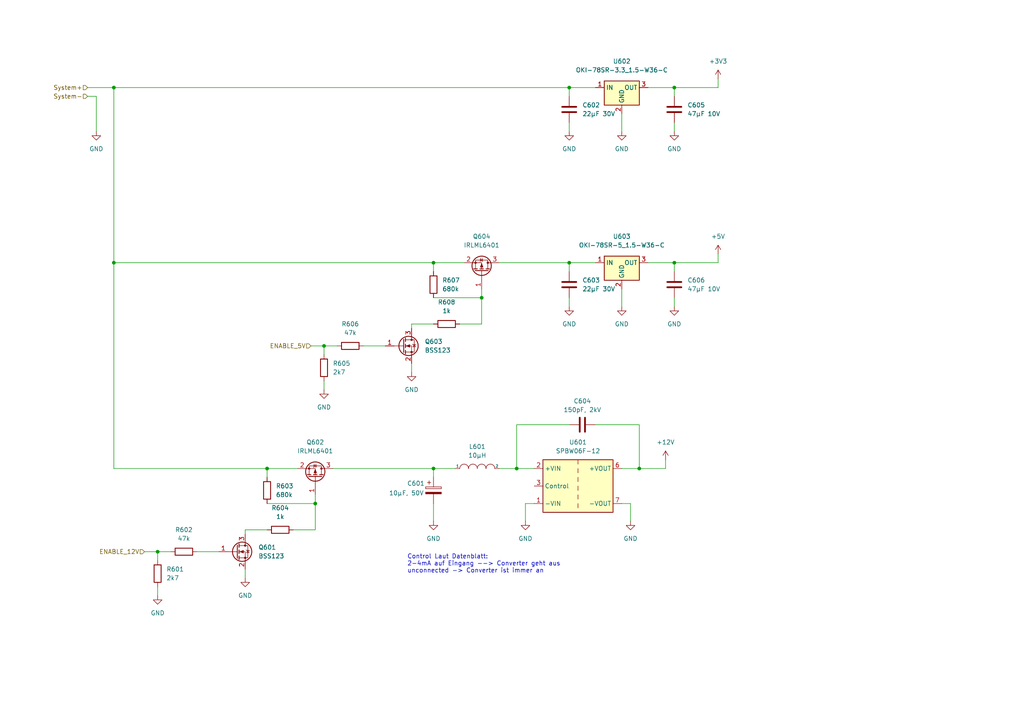
<source format=kicad_sch>
(kicad_sch (version 20211123) (generator eeschema)
  (paper "A4")
  (title_block (date "2022-01-24"))
  (lib_symbols
    (symbol "Converter_DCDC:NCS1S1203SC"
      (property "Reference" "U" (at -8.89 8.89 0))
      (property "Value" "NCS1S1203SC" (at 8.89 8.89 0))
      (symbol "NCS1S1203SC_0_1"
        (rectangle (start -10.16 7.62) (end 10.16 -7.62) (stroke (width 0.254)) (fill (type background)))
        (polyline (pts (xy 0 -5.08) (xy 0 -6.35)))
        (polyline (pts (xy 0 -2.54) (xy 0 -3.81)))
        (polyline (pts (xy 0 0) (xy 0 -1.27)))
        (polyline (pts (xy 0 2.54) (xy 0 1.27)))
        (polyline (pts (xy 0 5.08) (xy 0 3.81)))
        (polyline (pts (xy 0 7.62) (xy 0 6.35)))
      )
      (symbol "NCS1S1203SC_1_1"
        (pin power_in line (at -12.7 -5.08 0) (length 2.54) (name "-VIN") (number "1"))
        (pin power_in line (at -12.7 5.08 0) (length 2.54) (name "+VIN") (number "2"))
        (pin input line (at -12.7 0 0) (length 2.54) (name "Control") (number "3"))
        (pin power_out line (at 12.7 5.08 180) (length 2.54) (name "+VOUT") (number "6"))
        (pin power_out line (at 12.7 -5.08 180) (length 2.54) (name "-VOUT") (number "7"))
      )
    )
    (symbol "Converter_DCDC:OKI-78SR-3.3_1.5-W36-C"
      (property "Reference" "U" (at -3.81 3.175 0))
      (property "Value" "OKI-78SR-3.3_1.5-W36-C" (at 0 3.175 0))
      (symbol "OKI-78SR-3.3_1.5-W36-C_0_1"
        (rectangle (start -5.08 1.905) (end 5.08 -5.08) (stroke (width 0.254)) (fill (type background)))
      )
      (symbol "OKI-78SR-3.3_1.5-W36-C_1_1"
        (pin power_in line (at -7.62 0 0) (length 2.54) (name "IN") (number "1"))
        (pin power_in line (at 0 -7.62 90) (length 2.54) (name "GND") (number "2"))
        (pin power_out line (at 7.62 0 180) (length 2.54) (name "OUT") (number "3"))
      )
    )
    (symbol "Device:C" (pin_numbers hide) (pin_names (offset 0.254))
      (property "Reference" "C" (at 0.635 2.54 0))
      (property "Value" "C" (at 0.635 -2.54 0))
      (symbol "C_0_1"
        (polyline (pts (xy -2.032 -0.762) (xy 2.032 -0.762)) (stroke (width 0.508)))
        (polyline (pts (xy -2.032 0.762) (xy 2.032 0.762)) (stroke (width 0.508)))
      )
      (symbol "C_1_1"
        (pin passive line (at 0 3.81 270) (length 2.794) (name "~") (number "1"))
        (pin passive line (at 0 -3.81 90) (length 2.794) (name "~") (number "2"))
      )
    )
    (symbol "Device:C_Polarized" (pin_numbers hide) (pin_names (offset 0.254))
      (property "Reference" "C" (at 0.635 2.54 0))
      (property "Value" "C_Polarized" (at 0.635 -2.54 0))
      (symbol "C_Polarized_0_1"
        (rectangle (start -2.286 0.508) (end 2.286 1.016))
        (polyline (pts (xy -1.778 2.286) (xy -0.762 2.286)))
        (polyline (pts (xy -1.27 2.794) (xy -1.27 1.778)))
        (rectangle (start 2.286 -0.508) (end -2.286 -1.016) (fill (type outline)))
      )
      (symbol "C_Polarized_1_1"
        (pin passive line (at 0 3.81 270) (length 2.794) (name "~") (number "1"))
        (pin passive line (at 0 -3.81 90) (length 2.794) (name "~") (number "2"))
      )
    )
    (symbol "Device:R" (pin_numbers hide) (pin_names (offset 0))
      (property "Reference" "R" (at 2.032 0 90))
      (property "Value" "R" (at 0 0 90))
      (symbol "R_0_1"
        (rectangle (start -1.016 -2.54) (end 1.016 2.54) (stroke (width 0.254)))
      )
      (symbol "R_1_1"
        (pin passive line (at 0 3.81 270) (length 1.27) (name "~") (number "1"))
        (pin passive line (at 0 -3.81 90) (length 1.27) (name "~") (number "2"))
      )
    )
    (symbol "Transistor_FET:BSS123" (pin_names hide)
      (property "Reference" "Q" (at 5.08 1.905 0))
      (property "Value" "BSS123" (at 5.08 0 0))
      (symbol "BSS123_0_1"
        (polyline (pts (xy 0.254 0) (xy -2.54 0)))
        (polyline (pts (xy 0.254 1.905) (xy 0.254 -1.905)) (stroke (width 0.254)))
        (polyline (pts (xy 0.762 -1.27) (xy 0.762 -2.286)) (stroke (width 0.254)))
        (polyline (pts (xy 0.762 0.508) (xy 0.762 -0.508)) (stroke (width 0.254)))
        (polyline (pts (xy 0.762 2.286) (xy 0.762 1.27)) (stroke (width 0.254)))
        (polyline (pts (xy 2.54 2.54) (xy 2.54 1.778)))
        (polyline (pts (xy 2.54 -2.54) (xy 2.54 0) (xy 0.762 0)))
        (polyline (pts (xy 0.762 -1.778) (xy 3.302 -1.778) (xy 3.302 1.778) (xy 0.762 1.778)))
        (polyline (pts (xy 1.016 0) (xy 2.032 0.381) (xy 2.032 -0.381) (xy 1.016 0)) (fill (type outline)))
        (polyline (pts (xy 2.794 0.508) (xy 2.921 0.381) (xy 3.683 0.381) (xy 3.81 0.254)))
        (polyline (pts (xy 3.302 0.381) (xy 2.921 -0.254) (xy 3.683 -0.254) (xy 3.302 0.381)))
        (circle (center 1.651 0) (radius 2.794) (stroke (width 0.254)))
        (circle (center 2.54 -1.778) (radius 0.254) (fill (type outline)))
        (circle (center 2.54 1.778) (radius 0.254) (fill (type outline)))
      )
      (symbol "BSS123_1_1"
        (pin input line (at -5.08 0 0) (length 2.54) (name "G") (number "1"))
        (pin passive line (at 2.54 -5.08 90) (length 2.54) (name "S") (number "2"))
        (pin passive line (at 2.54 5.08 270) (length 2.54) (name "D") (number "3"))
      )
    )
    (symbol "Transistor_FET:IRLML6401" (pin_names hide)
      (property "Reference" "Q" (at 5.08 1.905 0))
      (property "Value" "IRLML6401" (at 5.08 0 0))
      (symbol "IRLML6401_0_1"
        (polyline (pts (xy 0.254 0) (xy -2.54 0)))
        (polyline (pts (xy 0.254 1.905) (xy 0.254 -1.905)) (stroke (width 0.254)))
        (polyline (pts (xy 0.762 -1.27) (xy 0.762 -2.286)) (stroke (width 0.254)))
        (polyline (pts (xy 0.762 0.508) (xy 0.762 -0.508)) (stroke (width 0.254)))
        (polyline (pts (xy 0.762 2.286) (xy 0.762 1.27)) (stroke (width 0.254)))
        (polyline (pts (xy 2.54 2.54) (xy 2.54 1.778)))
        (polyline (pts (xy 2.54 -2.54) (xy 2.54 0) (xy 0.762 0)))
        (polyline (pts (xy 0.762 1.778) (xy 3.302 1.778) (xy 3.302 -1.778) (xy 0.762 -1.778)))
        (polyline (pts (xy 2.286 0) (xy 1.27 0.381) (xy 1.27 -0.381) (xy 2.286 0)) (fill (type outline)))
        (polyline (pts (xy 2.794 -0.508) (xy 2.921 -0.381) (xy 3.683 -0.381) (xy 3.81 -0.254)))
        (polyline (pts (xy 3.302 -0.381) (xy 2.921 0.254) (xy 3.683 0.254) (xy 3.302 -0.381)))
        (circle (center 1.651 0) (radius 2.794) (stroke (width 0.254)))
        (circle (center 2.54 -1.778) (radius 0.254) (fill (type outline)))
        (circle (center 2.54 1.778) (radius 0.254) (fill (type outline)))
      )
      (symbol "IRLML6401_1_1"
        (pin input line (at -5.08 0 0) (length 2.54) (name "G") (number "1"))
        (pin passive line (at 2.54 -5.08 90) (length 2.54) (name "S") (number "2"))
        (pin passive line (at 2.54 5.08 270) (length 2.54) (name "D") (number "3"))
      )
    )
    (symbol "power:+12V" (power) (pin_names (offset 0))
      (property "Value" "+12V" (at 0 3.556 0))
      (symbol "+12V_0_1"
        (polyline (pts (xy -0.762 1.27) (xy 0 2.54)))
        (polyline (pts (xy 0 0) (xy 0 2.54)))
        (polyline (pts (xy 0 2.54) (xy 0.762 1.27)))
      )
      (symbol "+12V_1_1"
        (pin power_in line (at 0 0 90) (length 0) hide (name "+12V") (number "1"))
      )
    )
    (symbol "power:+3V3" (power) (pin_names (offset 0))
      (property "Value" "+3V3" (at 0 3.556 0))
      (symbol "+3V3_0_1"
        (polyline (pts (xy -0.762 1.27) (xy 0 2.54)))
        (polyline (pts (xy 0 0) (xy 0 2.54)))
        (polyline (pts (xy 0 2.54) (xy 0.762 1.27)))
      )
      (symbol "+3V3_1_1"
        (pin power_in line (at 0 0 90) (length 0) hide (name "+3V3") (number "1"))
      )
    )
    (symbol "power:+5V" (power) (pin_names (offset 0))
      (property "Value" "+5V" (at 0 3.556 0))
      (symbol "+5V_0_1"
        (polyline (pts (xy -0.762 1.27) (xy 0 2.54)))
        (polyline (pts (xy 0 0) (xy 0 2.54)))
        (polyline (pts (xy 0 2.54) (xy 0.762 1.27)))
      )
      (symbol "+5V_1_1"
        (pin power_in line (at 0 0 90) (length 0) hide (name "+5V") (number "1"))
      )
    )
    (symbol "power:GND" (power) (pin_names (offset 0))
      (property "Value" "GND" (at 0 -3.81 0))
      (symbol "GND_0_1"
        (polyline (pts (xy 0 0) (xy 0 -1.27) (xy 1.27 -1.27) (xy 0 -2.54) (xy -1.27 -1.27) (xy 0 -1.27)))
      )
      (symbol "GND_1_1"
        (pin power_in line (at 0 0 270) (length 0) hide (name "GND") (number "1"))
      )
    )
    (symbol "pspice:INDUCTOR" (pin_numbers hide) (pin_names (offset 0))
      (property "Reference" "L" (at 0 2.54 0))
      (property "Value" "INDUCTOR" (at 0 -1.27 0))
      (symbol "INDUCTOR_0_1"
        (arc (start -2.54 0) (mid -3.81 1.27) (end -5.08 0))
        (arc (start 0 0) (mid -1.27 1.27) (end -2.54 0))
        (arc (start 2.54 0) (mid 1.27 1.27) (end 0 0))
        (arc (start 5.08 0) (mid 3.81 1.27) (end 2.54 0))
      )
      (symbol "INDUCTOR_1_1"
        (pin input line (at -6.35 0 0) (length 1.27) (name "1") (number "1"))
        (pin input line (at 6.35 0 180) (length 1.27) (name "2") (number "2"))
      )
    )
  )
  (junction (at 91.44 146.05))
  (junction (at 195.58 25.4))
  (junction (at 33.02 76.2))
  (junction (at 185.42 135.89))
  (junction (at 77.47 135.89))
  (junction (at 93.98 100.33))
  (junction (at 125.73 135.89))
  (junction (at 195.58 76.2))
  (junction (at 165.1 25.4))
  (junction (at 139.7 86.36))
  (junction (at 45.72 160.02))
  (junction (at 125.73 76.2))
  (junction (at 33.02 25.4))
  (junction (at 149.86 135.89))
  (junction (at 165.1 76.2))
  (wire (pts (xy 125.73 76.2) (xy 125.73 78.74)))
  (wire (pts (xy 71.12 165.1) (xy 71.12 167.64)))
  (wire (pts (xy 144.78 135.89) (xy 149.86 135.89)))
  (wire (pts (xy 91.44 143.51) (xy 91.44 146.05)))
  (wire (pts (xy 33.02 76.2) (xy 33.02 135.89)))
  (wire (pts (xy 77.47 135.89) (xy 86.36 135.89)))
  (wire (pts (xy 165.1 123.19) (xy 149.86 123.19)))
  (wire (pts (xy 195.58 35.56) (xy 195.58 38.1)))
  (wire (pts (xy 165.1 86.36) (xy 165.1 88.9)))
  (wire (pts (xy 105.41 100.33) (xy 111.76 100.33)))
  (wire (pts (xy 33.02 25.4) (xy 25.4 25.4)))
  (wire (pts (xy 91.44 146.05) (xy 91.44 153.67)))
  (wire (pts (xy 180.34 33.02) (xy 180.34 38.1)))
  (wire (pts (xy 119.38 93.98) (xy 119.38 95.25)))
  (wire (pts (xy 125.73 146.05) (xy 125.73 151.13)))
  (wire (pts (xy 77.47 135.89) (xy 77.47 138.43)))
  (wire (pts (xy 193.04 133.35) (xy 193.04 135.89)))
  (wire (pts (xy 165.1 35.56) (xy 165.1 38.1)))
  (wire (pts (xy 125.73 93.98) (xy 119.38 93.98)))
  (wire (pts (xy 195.58 86.36) (xy 195.58 88.9)))
  (wire (pts (xy 139.7 93.98) (xy 133.35 93.98)))
  (wire (pts (xy 165.1 25.4) (xy 165.1 27.94)))
  (wire (pts (xy 45.72 160.02) (xy 41.91 160.02)))
  (wire (pts (xy 125.73 76.2) (xy 134.62 76.2)))
  (wire (pts (xy 71.12 153.67) (xy 71.12 154.94)))
  (wire (pts (xy 144.78 76.2) (xy 165.1 76.2)))
  (wire (pts (xy 96.52 135.89) (xy 125.73 135.89)))
  (wire (pts (xy 187.96 76.2) (xy 195.58 76.2)))
  (wire (pts (xy 93.98 110.49) (xy 93.98 113.03)))
  (wire (pts (xy 45.72 160.02) (xy 45.72 162.56)))
  (wire (pts (xy 139.7 86.36) (xy 139.7 93.98)))
  (wire (pts (xy 77.47 153.67) (xy 71.12 153.67)))
  (wire (pts (xy 93.98 100.33) (xy 90.17 100.33)))
  (wire (pts (xy 195.58 25.4) (xy 208.28 25.4)))
  (wire (pts (xy 182.88 151.13) (xy 182.88 146.05)))
  (wire (pts (xy 172.72 123.19) (xy 185.42 123.19)))
  (wire (pts (xy 139.7 83.82) (xy 139.7 86.36)))
  (wire (pts (xy 208.28 73.66) (xy 208.28 76.2)))
  (wire (pts (xy 187.96 25.4) (xy 195.58 25.4)))
  (wire (pts (xy 165.1 76.2) (xy 165.1 78.74)))
  (wire (pts (xy 182.88 146.05) (xy 180.34 146.05)))
  (wire (pts (xy 93.98 100.33) (xy 93.98 102.87)))
  (wire (pts (xy 154.94 146.05) (xy 152.4 146.05)))
  (wire (pts (xy 149.86 123.19) (xy 149.86 135.89)))
  (wire (pts (xy 125.73 86.36) (xy 139.7 86.36)))
  (wire (pts (xy 172.72 76.2) (xy 165.1 76.2)))
  (wire (pts (xy 195.58 76.2) (xy 208.28 76.2)))
  (wire (pts (xy 119.38 105.41) (xy 119.38 107.95)))
  (wire (pts (xy 49.53 160.02) (xy 45.72 160.02)))
  (wire (pts (xy 33.02 76.2) (xy 125.73 76.2)))
  (wire (pts (xy 185.42 123.19) (xy 185.42 135.89)))
  (wire (pts (xy 33.02 135.89) (xy 77.47 135.89)))
  (wire (pts (xy 180.34 135.89) (xy 185.42 135.89)))
  (wire (pts (xy 125.73 135.89) (xy 132.08 135.89)))
  (wire (pts (xy 208.28 22.86) (xy 208.28 25.4)))
  (wire (pts (xy 33.02 25.4) (xy 33.02 76.2)))
  (wire (pts (xy 195.58 25.4) (xy 195.58 27.94)))
  (wire (pts (xy 77.47 146.05) (xy 91.44 146.05)))
  (wire (pts (xy 27.94 27.94) (xy 27.94 38.1)))
  (wire (pts (xy 45.72 170.18) (xy 45.72 172.72)))
  (wire (pts (xy 33.02 25.4) (xy 165.1 25.4)))
  (wire (pts (xy 149.86 135.89) (xy 154.94 135.89)))
  (wire (pts (xy 185.42 135.89) (xy 193.04 135.89)))
  (wire (pts (xy 91.44 153.67) (xy 85.09 153.67)))
  (wire (pts (xy 180.34 83.82) (xy 180.34 88.9)))
  (wire (pts (xy 125.73 135.89) (xy 125.73 138.43)))
  (wire (pts (xy 97.79 100.33) (xy 93.98 100.33)))
  (wire (pts (xy 25.4 27.94) (xy 27.94 27.94)))
  (wire (pts (xy 195.58 76.2) (xy 195.58 78.74)))
  (wire (pts (xy 57.15 160.02) (xy 63.5 160.02)))
  (wire (pts (xy 152.4 146.05) (xy 152.4 151.13)))
  (wire (pts (xy 172.72 25.4) (xy 165.1 25.4)))
  (text "Control Laut Datenblatt:\n2-4mA auf Eingang --> Converter geht aus\nunconnected -> Converter ist immer an\n" (at 118.11 166.37 0) (effects (font (size 1.27 1.27)) (justify left bottom)))
  (hierarchical_label "ENABLE_12V" (shape input) (at 41.91 160.02 180))
  (hierarchical_label "System+" (shape input) (at 25.4 25.4 180))
  (hierarchical_label "ENABLE_5V" (shape input) (at 90.17 100.33 180))
  (hierarchical_label "System-" (shape input) (at 25.4 27.94 180))
  (symbol (lib_id "Transistor_FET:IRLML6401") (at 139.7 78.74 270) (mirror x) (unit 1)
    (property "Reference" "Q604" (at 139.7 68.58 90))
    (property "Value" "IRLML6401" (at 139.7 71.12 90))
    (property "Footprint" "Package_TO_SOT_SMD:SOT-23" (effects hide))
    (property "Datasheet" "https://www.infineon.com/dgdl/irlml6401pbf.pdf?fileId=5546d462533600a401535668b96d2634" (effects hide))
  )
  (symbol (lib_id "Device:R") (at 93.98 106.68 180) (unit 1)
    (property "Reference" "R605" (at 96.52 105.4099 0) (effects (justify right)))
    (property "Value" "2k7" (at 96.52 107.9499 0) (effects (justify right)))
    (property "Footprint" "Resistor_SMD:R_0603_1608Metric" (effects hide))
  )
  (symbol (lib_id "Device:C_Polarized") (at 125.73 142.24 0) (unit 1)
    (property "Reference" "C601" (at 123.19 140.208 0) (effects (justify right)))
    (property "Value" "10µF, 50V" (at 122.936 143.002 0) (effects (justify right)))
    (property "Footprint" "Capacitor_THT:CP_Radial_D5.0mm_P2.00mm" (effects hide))
    (property "Datasheet" "https://www.mouser.de/datasheet/2/445/860020672010-1725615.pdf" (effects hide))
    (property "Bauteilname" "860020672010" (effects hide))
  )
  (symbol (lib_id "Device:R") (at 81.28 153.67 90) (unit 1)
    (property "Reference" "R604" (at 81.28 147.32 90))
    (property "Value" "1k" (at 81.28 149.86 90))
    (property "Footprint" "Resistor_SMD:R_0603_1608Metric" (effects hide))
  )
  (symbol (lib_id "power:GND") (at 182.88 151.13 0) (unit 1)
    (property "Reference" "#PWR0612" (effects hide))
    (property "Value" "GND" (at 182.88 156.21 0))
  )
  (symbol (lib_id "power:GND") (at 195.58 88.9 0) (unit 1)
    (property "Reference" "#PWR0615" (effects hide))
    (property "Value" "GND" (at 195.58 93.98 0))
  )
  (symbol (lib_id "power:GND") (at 195.58 38.1 0) (unit 1)
    (property "Reference" "#PWR0614" (effects hide))
    (property "Value" "GND" (at 195.58 43.18 0))
  )
  (symbol (lib_id "power:GND") (at 165.1 38.1 0) (unit 1)
    (property "Reference" "#PWR0608" (effects hide))
    (property "Value" "GND" (at 165.1 43.18 0))
  )
  (symbol (lib_id "power:GND") (at 27.94 38.1 0) (unit 1)
    (property "Reference" "#PWR0601" (effects hide))
    (property "Value" "GND" (at 27.94 43.18 0))
  )
  (symbol (lib_id "Device:R") (at 129.54 93.98 90) (unit 1)
    (property "Reference" "R608" (at 129.54 87.63 90))
    (property "Value" "1k" (at 129.54 90.17 90))
    (property "Footprint" "Resistor_SMD:R_0603_1608Metric" (effects hide))
  )
  (symbol (lib_id "power:GND") (at 165.1 88.9 0) (unit 1)
    (property "Reference" "#PWR0609" (effects hide))
    (property "Value" "GND" (at 165.1 93.98 0))
  )
  (symbol (lib_id "Transistor_FET:BSS123") (at 68.58 160.02 0) (unit 1)
    (property "Reference" "Q601" (at 74.93 158.7499 0) (effects (justify left)))
    (property "Value" "BSS123" (at 74.93 161.2899 0) (effects (justify left)))
    (property "Footprint" "Package_TO_SOT_SMD:SOT-23" (effects hide))
    (property "Datasheet" "http://www.diodes.com/assets/Datasheets/ds30366.pdf" (effects hide))
  )
  (symbol (lib_id "Transistor_FET:BSS123") (at 116.84 100.33 0) (unit 1)
    (property "Reference" "Q603" (at 123.19 99.0599 0) (effects (justify left)))
    (property "Value" "BSS123" (at 123.19 101.5999 0) (effects (justify left)))
    (property "Footprint" "Package_TO_SOT_SMD:SOT-23" (effects hide))
    (property "Datasheet" "http://www.diodes.com/assets/Datasheets/ds30366.pdf" (effects hide))
  )
  (symbol (lib_id "Device:C") (at 195.58 31.75 0) (unit 1)
    (property "Reference" "C605" (at 199.39 30.4799 0) (effects (justify left)))
    (property "Value" "47µF 10V" (at 199.39 33.0199 0) (effects (justify left)))
    (property "Footprint" "Capacitor_SMD:C_0805_2012Metric" (effects hide))
  )
  (symbol (lib_id "Device:R") (at 53.34 160.02 90) (unit 1)
    (property "Reference" "R602" (at 53.34 153.67 90))
    (property "Value" "47k" (at 53.34 156.21 90))
    (property "Footprint" "Resistor_SMD:R_0603_1608Metric" (effects hide))
  )
  (symbol (lib_id "power:GND") (at 119.38 107.95 0) (unit 1)
    (property "Reference" "#PWR0605" (effects hide))
    (property "Value" "GND" (at 119.38 113.03 0))
  )
  (symbol (lib_id "Converter_DCDC:NCS1S1203SC") (at 167.64 140.97 0) (unit 1)
    (property "Reference" "U601" (at 167.64 128.27 0))
    (property "Value" "SPBW06F-12" (at 167.64 130.81 0))
    (property "Footprint" "Converter_DCDC:Converter_DCDC_XP_POWER-ITxxxxxS_THT" (effects hide))
    (property "Datasheet" "https://power.murata.com/data/power/ncl/kdc_ncs1.pdf" (effects hide))
  )
  (symbol (lib_id "power:GND") (at 180.34 38.1 0) (unit 1)
    (property "Reference" "#PWR0610" (effects hide))
    (property "Value" "GND" (at 180.34 43.18 0))
  )
  (symbol (lib_id "Device:R") (at 45.72 166.37 180) (unit 1)
    (property "Reference" "R601" (at 48.26 165.0999 0) (effects (justify right)))
    (property "Value" "2k7" (at 48.26 167.6399 0) (effects (justify right)))
    (property "Footprint" "Resistor_SMD:R_0603_1608Metric" (effects hide))
  )
  (symbol (lib_id "power:GND") (at 45.72 172.72 0) (unit 1)
    (property "Reference" "#PWR0602" (effects hide))
    (property "Value" "GND" (at 45.72 177.8 0))
  )
  (symbol (lib_id "power:GND") (at 152.4 151.13 0) (unit 1)
    (property "Reference" "#PWR0607" (effects hide))
    (property "Value" "GND" (at 152.4 156.21 0))
  )
  (symbol (lib_id "power:GND") (at 71.12 167.64 0) (unit 1)
    (property "Reference" "#PWR0603" (effects hide))
    (property "Value" "GND" (at 71.12 172.72 0))
  )
  (symbol (lib_id "Device:R") (at 101.6 100.33 90) (unit 1)
    (property "Reference" "R606" (at 101.6 93.98 90))
    (property "Value" "47k" (at 101.6 96.52 90))
    (property "Footprint" "Resistor_SMD:R_0603_1608Metric" (effects hide))
  )
  (symbol (lib_id "power:GND") (at 93.98 113.03 0) (unit 1)
    (property "Reference" "#PWR0604" (effects hide))
    (property "Value" "GND" (at 93.98 118.11 0))
  )
  (symbol (lib_id "Device:R") (at 125.73 82.55 180) (unit 1)
    (property "Reference" "R607" (at 128.27 81.2799 0) (effects (justify right)))
    (property "Value" "680k" (at 128.27 83.8199 0) (effects (justify right)))
    (property "Footprint" "Resistor_SMD:R_0603_1608Metric" (effects hide))
  )
  (symbol (lib_id "power:GND") (at 180.34 88.9 0) (unit 1)
    (property "Reference" "#PWR0611" (effects hide))
    (property "Value" "GND" (at 180.34 93.98 0))
  )
  (symbol (lib_id "Converter_DCDC:OKI-78SR-3.3_1.5-W36-C") (at 180.34 76.2 0) (unit 1)
    (property "Reference" "U603" (at 180.34 68.58 0))
    (property "Value" "OKI-78SR-5_1.5-W36-C" (at 180.34 71.12 0))
    (property "Footprint" "HER_Footprints:DC_DC_Converter" (effects hide))
    (property "Datasheet" "https://power.murata.com/data/power/oki-78sr.pdf" (effects hide))
  )
  (symbol (lib_id "Converter_DCDC:OKI-78SR-3.3_1.5-W36-C") (at 180.34 25.4 0) (unit 1)
    (property "Reference" "U602" (at 180.34 17.78 0))
    (property "Value" "OKI-78SR-3.3_1.5-W36-C" (at 180.34 20.32 0))
    (property "Footprint" "HER_Footprints:DC_DC_Converter" (effects hide))
    (property "Datasheet" "https://power.murata.com/data/power/oki-78sr.pdf" (effects hide))
  )
  (symbol (lib_id "Device:C") (at 195.58 82.55 0) (unit 1)
    (property "Reference" "C606" (at 199.39 81.2799 0) (effects (justify left)))
    (property "Value" "47µF 10V" (at 199.39 83.8199 0) (effects (justify left)))
    (property "Footprint" "Capacitor_SMD:C_0805_2012Metric" (effects hide))
  )
  (symbol (lib_id "Device:C") (at 165.1 82.55 0) (unit 1)
    (property "Reference" "C603" (at 168.91 81.2799 0) (effects (justify left)))
    (property "Value" "22µF 30V" (at 168.91 83.8199 0) (effects (justify left)))
    (property "Footprint" "Capacitor_SMD:C_0805_2012Metric" (effects hide))
  )
  (symbol (lib_id "Device:R") (at 77.47 142.24 180) (unit 1)
    (property "Reference" "R603" (at 80.01 140.9699 0) (effects (justify right)))
    (property "Value" "680k" (at 80.01 143.5099 0) (effects (justify right)))
    (property "Footprint" "Resistor_SMD:R_0603_1608Metric" (effects hide))
  )
  (symbol (lib_id "power:+5V") (at 208.28 73.66 0) (unit 1)
    (property "Reference" "#PWR0617" (effects hide))
    (property "Value" "+5V" (at 208.28 68.58 0))
  )
  (symbol (lib_id "Device:C") (at 165.1 31.75 0) (unit 1)
    (property "Reference" "C602" (at 168.91 30.4799 0) (effects (justify left)))
    (property "Value" "22µF 30V" (at 168.91 33.0199 0) (effects (justify left)))
    (property "Footprint" "Capacitor_SMD:C_0805_2012Metric" (effects hide))
  )
  (symbol (lib_id "Transistor_FET:IRLML6401") (at 91.44 138.43 270) (mirror x) (unit 1)
    (property "Reference" "Q602" (at 91.44 128.27 90))
    (property "Value" "IRLML6401" (at 91.44 130.81 90))
    (property "Footprint" "Package_TO_SOT_SMD:SOT-23" (effects hide))
    (property "Datasheet" "https://www.infineon.com/dgdl/irlml6401pbf.pdf?fileId=5546d462533600a401535668b96d2634" (effects hide))
  )
  (symbol (lib_id "Device:C") (at 168.91 123.19 90) (unit 1)
    (property "Reference" "C604" (at 168.91 116.332 90))
    (property "Value" "150pF, 2kV" (at 168.91 118.872 90))
    (property "Footprint" "Capacitor_SMD:C_1206_3216Metric" (effects hide))
    (property "Datasheet" "https://www.mouser.de/datasheet/2/447/UPY_NP0X5R_01005_4V_to_25V_V10-3003057.pdf" (effects hide))
    (property "Bauteilname" "CC1206JKNPODBN151" (effects hide))
  )
  (symbol (lib_id "pspice:INDUCTOR") (at 138.43 135.89 0) (unit 1)
    (property "Reference" "L601" (at 138.43 129.54 0))
    (property "Value" "10µH" (at 138.43 132.08 0))
    (property "Footprint" "HER_Footprints:CC453232A" (effects hide))
    (property "Datasheet" "https://www.mouser.de/datasheet/2/54/cc453232a-1890513.pdf" (effects hide))
    (property "Bauteilname" "CC453232A-100KL" (effects hide))
  )
  (symbol (lib_id "power:+12V") (at 193.04 133.35 0) (unit 1)
    (property "Reference" "#PWR0613" (effects hide))
    (property "Value" "+12V" (at 193.04 128.27 0))
  )
  (symbol (lib_id "power:+3V3") (at 208.28 22.86 0) (unit 1)
    (property "Reference" "#PWR0616" (effects hide))
    (property "Value" "+3V3" (at 208.28 17.78 0))
  )
  (symbol (lib_id "power:GND") (at 125.73 151.13 0) (unit 1)
    (property "Reference" "#PWR0606" (effects hide))
    (property "Value" "GND" (at 125.73 156.21 0))
  )
)
</source>
